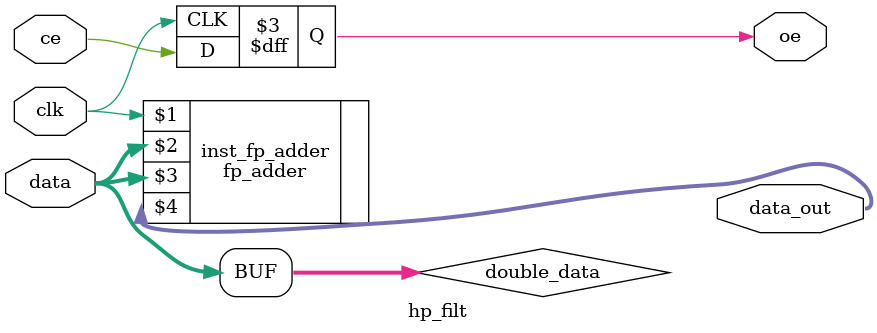
<source format=v>
module hp_filt(clk,ce,data,data_out,oe);
input clk,ce;
input  [63:0] data;
output [63:0] data_out;
output oe;
   
      
reg oe;
   reg [63:0] double_data;
//      real reg_data;
   
   
always @(posedge clk) begin
   oe <= ce;
end

   always @(*) begin
//      reg_data = $bitstoreal(data);
//      reg_data = reg_data * 2.0;
//      double_data <= $realtobits(reg_data);
      double_data = data;
      
   end

   

   fp_adder inst_fp_adder (clk,data,double_data,data_out);
   
//   assign data_out = reg_data;
   
   

endmodule

</source>
